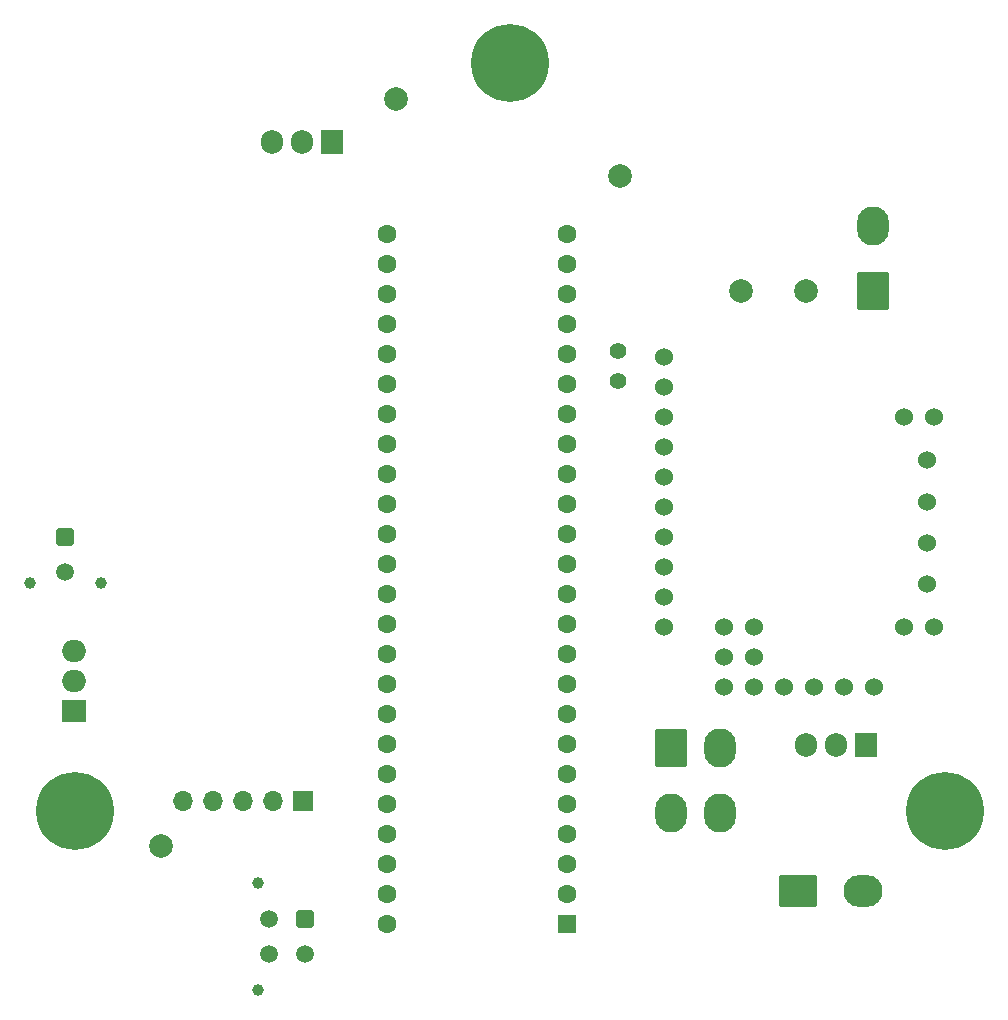
<source format=gbr>
%TF.GenerationSoftware,KiCad,Pcbnew,7.0.6*%
%TF.CreationDate,2024-03-14T18:06:26+11:00*%
%TF.ProjectId,Rocketry_Payload_Main_DDR_Spec_V2,526f636b-6574-4727-995f-5061796c6f61,rev?*%
%TF.SameCoordinates,Original*%
%TF.FileFunction,Soldermask,Bot*%
%TF.FilePolarity,Negative*%
%FSLAX46Y46*%
G04 Gerber Fmt 4.6, Leading zero omitted, Abs format (unit mm)*
G04 Created by KiCad (PCBNEW 7.0.6) date 2024-03-14 18:06:26*
%MOMM*%
%LPD*%
G01*
G04 APERTURE LIST*
G04 Aperture macros list*
%AMRoundRect*
0 Rectangle with rounded corners*
0 $1 Rounding radius*
0 $2 $3 $4 $5 $6 $7 $8 $9 X,Y pos of 4 corners*
0 Add a 4 corners polygon primitive as box body*
4,1,4,$2,$3,$4,$5,$6,$7,$8,$9,$2,$3,0*
0 Add four circle primitives for the rounded corners*
1,1,$1+$1,$2,$3*
1,1,$1+$1,$4,$5*
1,1,$1+$1,$6,$7*
1,1,$1+$1,$8,$9*
0 Add four rect primitives between the rounded corners*
20,1,$1+$1,$2,$3,$4,$5,0*
20,1,$1+$1,$4,$5,$6,$7,0*
20,1,$1+$1,$6,$7,$8,$9,0*
20,1,$1+$1,$8,$9,$2,$3,0*%
G04 Aperture macros list end*
%ADD10R,1.600000X1.600000*%
%ADD11C,1.600000*%
%ADD12C,2.000000*%
%ADD13C,6.600000*%
%ADD14C,1.000000*%
%ADD15RoundRect,0.250001X-0.499999X-0.499999X0.499999X-0.499999X0.499999X0.499999X-0.499999X0.499999X0*%
%ADD16C,1.500000*%
%ADD17C,1.400000*%
%ADD18RoundRect,0.250001X-1.099999X-1.399999X1.099999X-1.399999X1.099999X1.399999X-1.099999X1.399999X0*%
%ADD19O,2.700000X3.300000*%
%ADD20R,1.905000X2.000000*%
%ADD21O,1.905000X2.000000*%
%ADD22RoundRect,0.250001X-0.499999X0.499999X-0.499999X-0.499999X0.499999X-0.499999X0.499999X0.499999X0*%
%ADD23RoundRect,0.250001X1.099999X1.399999X-1.099999X1.399999X-1.099999X-1.399999X1.099999X-1.399999X0*%
%ADD24RoundRect,0.250001X1.399999X-1.099999X1.399999X1.099999X-1.399999X1.099999X-1.399999X-1.099999X0*%
%ADD25O,3.300000X2.700000*%
%ADD26R,1.700000X1.700000*%
%ADD27O,1.700000X1.700000*%
%ADD28C,1.524000*%
%ADD29R,2.000000X1.905000*%
%ADD30O,2.000000X1.905000*%
G04 APERTURE END LIST*
D10*
%TO.C,U2*%
X153162000Y-123444000D03*
D11*
X153162000Y-120904000D03*
X153162000Y-118364000D03*
X153162000Y-115824000D03*
X153162000Y-113284000D03*
X153162000Y-110744000D03*
X153162000Y-108204000D03*
X153162000Y-105664000D03*
X153162000Y-103124000D03*
X153162000Y-100584000D03*
X153162000Y-98044000D03*
X153162000Y-95504000D03*
X153162000Y-92964000D03*
X153162000Y-90424000D03*
X153162000Y-87884000D03*
X153162000Y-85344000D03*
X153162000Y-82804000D03*
X153162000Y-80264000D03*
X153162000Y-77724000D03*
X153162000Y-75184000D03*
X153162000Y-72644000D03*
X153162000Y-70104000D03*
X153162000Y-67564000D03*
X153162000Y-65024000D03*
X137922000Y-65024000D03*
X137922000Y-67564000D03*
X137922000Y-70104000D03*
X137922000Y-72644000D03*
X137922000Y-75184000D03*
X137922000Y-77724000D03*
X137922000Y-80264000D03*
X137922000Y-82804000D03*
X137922000Y-85344000D03*
X137922000Y-87884000D03*
X137922000Y-90424000D03*
X137922000Y-92964000D03*
X137922000Y-95504000D03*
X137922000Y-98044000D03*
X137922000Y-100584000D03*
X137922000Y-103124000D03*
X137922000Y-105664000D03*
X137922000Y-108204000D03*
X137922000Y-110744000D03*
X137922000Y-113284000D03*
X137922000Y-115824000D03*
X137922000Y-118364000D03*
X137922000Y-120904000D03*
X137922000Y-123444000D03*
%TD*%
D12*
%TO.C,TP4*%
X167894000Y-69850000D03*
%TD*%
%TO.C,TP3*%
X173355000Y-69850000D03*
%TD*%
D13*
%TO.C,REF\u002A\u002A*%
X111461000Y-113916000D03*
%TD*%
D12*
%TO.C,TP6*%
X138684000Y-53594000D03*
%TD*%
D14*
%TO.C,J1*%
X107665000Y-94615000D03*
X113665000Y-94615000D03*
D15*
X110665000Y-90675000D03*
D16*
X110665000Y-93675000D03*
%TD*%
D17*
%TO.C,SJ2*%
X157480000Y-77450000D03*
X157480000Y-74910000D03*
%TD*%
D18*
%TO.C,J2*%
X161925000Y-108585000D03*
D19*
X166125000Y-108585000D03*
X161925000Y-114085000D03*
X166125000Y-114085000D03*
%TD*%
D20*
%TO.C,U7*%
X133273800Y-57271800D03*
D21*
X130733800Y-57271800D03*
X128193800Y-57271800D03*
%TD*%
D14*
%TO.C,U4*%
X127000000Y-120015000D03*
X127000000Y-129015000D03*
D22*
X130940000Y-123015000D03*
D16*
X130940000Y-126015000D03*
X127940000Y-123015000D03*
X127940000Y-126015000D03*
%TD*%
D13*
%TO.C,REF\u002A\u002A*%
X148336000Y-50536497D03*
%TD*%
D23*
%TO.C,COMMISIONING_PWR1*%
X179070000Y-69850000D03*
D19*
X179070000Y-64350000D03*
%TD*%
D20*
%TO.C,U8*%
X178435000Y-108275000D03*
D21*
X175895000Y-108275000D03*
X173355000Y-108275000D03*
%TD*%
D24*
%TO.C,J3*%
X172720000Y-120650000D03*
D25*
X178220000Y-120650000D03*
%TD*%
D12*
%TO.C,TP5*%
X157632400Y-60096400D03*
%TD*%
D26*
%TO.C,U6*%
X130810000Y-113030000D03*
D27*
X128270000Y-113030000D03*
X125730000Y-113030000D03*
X123190000Y-113030000D03*
X120650000Y-113030000D03*
%TD*%
D13*
%TO.C,REF\u002A\u002A*%
X185121000Y-113916000D03*
%TD*%
D12*
%TO.C,TP2*%
X118745000Y-116840000D03*
%TD*%
D28*
%TO.C,U5*%
X161370000Y-75465000D03*
X161390000Y-78005000D03*
X161390000Y-80545000D03*
X161390000Y-83085000D03*
X161390000Y-85625000D03*
X161390000Y-88165000D03*
X161390000Y-90705000D03*
X161390000Y-93245000D03*
X161390000Y-95785000D03*
X161390000Y-98325000D03*
X166470000Y-103405000D03*
X169010000Y-103405000D03*
X171550000Y-103405000D03*
X174090000Y-103405000D03*
X176630000Y-103405000D03*
X179170000Y-103405000D03*
X166470000Y-100865000D03*
X169010000Y-100865000D03*
X166470000Y-98325000D03*
X169010000Y-98325000D03*
X184250000Y-98325000D03*
X181710000Y-98325000D03*
X184250000Y-80545000D03*
X181710000Y-80545000D03*
X183615000Y-84177200D03*
X183615000Y-87682400D03*
X183615000Y-91213000D03*
X183615000Y-94692800D03*
%TD*%
D29*
%TO.C,U1*%
X111435000Y-105410000D03*
D30*
X111435000Y-102870000D03*
X111435000Y-100330000D03*
%TD*%
M02*

</source>
